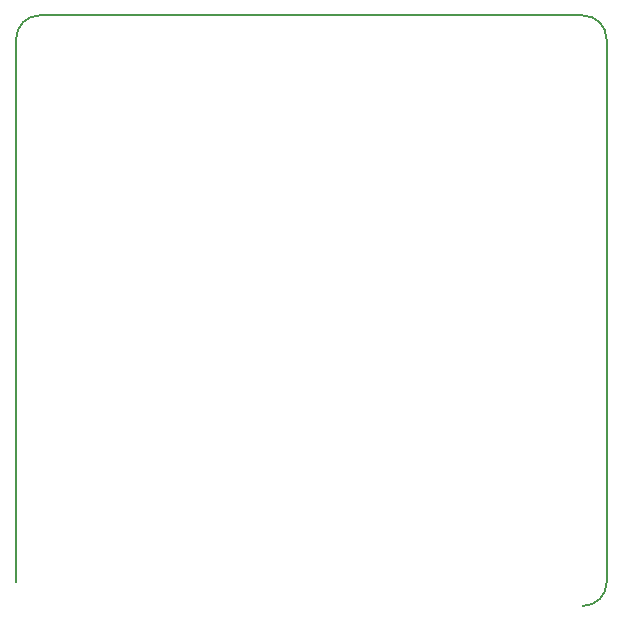
<source format=gm1>
G04 #@! TF.FileFunction,Profile,NP*
%FSLAX46Y46*%
G04 Gerber Fmt 4.6, Leading zero omitted, Abs format (unit mm)*
G04 Created by KiCad (PCBNEW 4.0.1-stable) date 1/31/2016 9:18:08 PM*
%MOMM*%
G01*
G04 APERTURE LIST*
%ADD10C,0.100000*%
%ADD11C,0.200000*%
G04 APERTURE END LIST*
D10*
D11*
X106896800Y-55050800D02*
X106896800Y-101050800D01*
X58896800Y-53050800D02*
G75*
G03X56896800Y-55050800I0J-2000000D01*
G01*
X58896800Y-53050800D02*
X104896800Y-53050800D01*
X56896800Y-101050800D02*
X56896800Y-55050800D01*
X106896800Y-55050800D02*
G75*
G03X104896800Y-53050800I-2000000J0D01*
G01*
X104896800Y-103050800D02*
G75*
G03X106896800Y-101050800I0J2000000D01*
G01*
M02*

</source>
